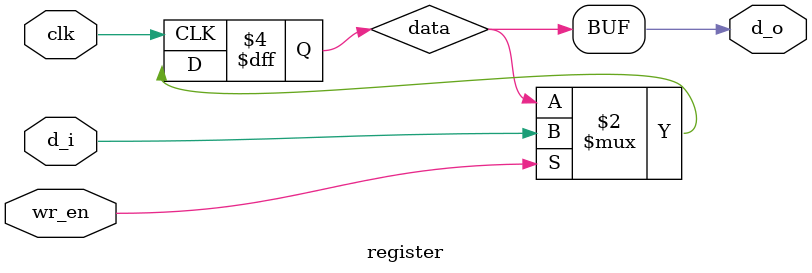
<source format=v>
/**
 * Register for structural use
 * Registers are asynchronous-read, synchronous write
 */

module register #(parameter WIDTH = 1)
    (
        input   wire        clk,        // clock
        input   wire        wr_en,      // write enable
        input   wire [WIDTH-1:0] d_i,   // data in
        output  wire [WIDTH-1:0] d_o    // data out
    );

    reg [WIDTH-1:0] data;
    assign d_o = data;

    always @(posedge clk) begin
        if (wr_en)
            data <= d_i;
    end
endmodule

</source>
